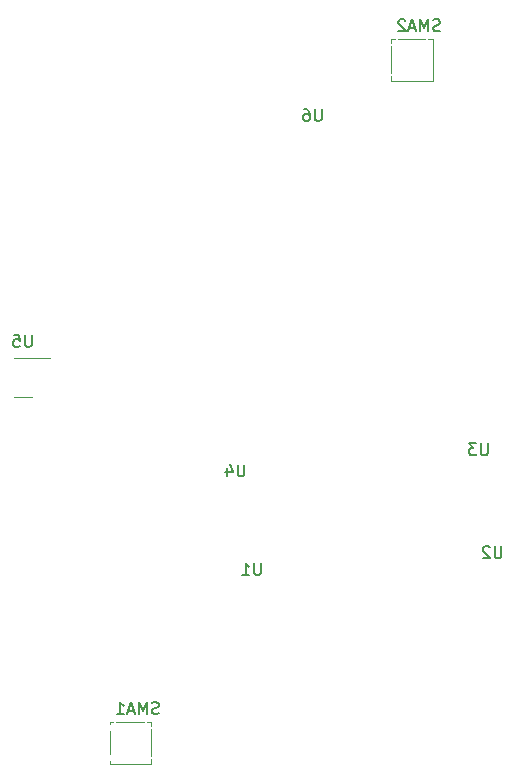
<source format=gbo>
%TF.GenerationSoftware,KiCad,Pcbnew,(6.0.4-0)*%
%TF.CreationDate,2022-04-21T11:02:12-05:00*%
%TF.ProjectId,payload_board,7061796c-6f61-4645-9f62-6f6172642e6b,3*%
%TF.SameCoordinates,Original*%
%TF.FileFunction,Legend,Bot*%
%TF.FilePolarity,Positive*%
%FSLAX46Y46*%
G04 Gerber Fmt 4.6, Leading zero omitted, Abs format (unit mm)*
G04 Created by KiCad (PCBNEW (6.0.4-0)) date 2022-04-21 11:02:12*
%MOMM*%
%LPD*%
G01*
G04 APERTURE LIST*
%ADD10C,0.150000*%
%ADD11C,0.120000*%
%ADD12C,1.524000*%
%ADD13C,4.400000*%
%ADD14C,4.000000*%
%ADD15C,7.400000*%
%ADD16C,6.000000*%
%ADD17R,1.700000X1.700000*%
%ADD18O,1.700000X1.700000*%
%ADD19R,1.524000X1.524000*%
%ADD20R,2.000000X2.000000*%
%ADD21R,8.000000X4.000000*%
%ADD22R,1.295400X0.889000*%
%ADD23R,1.295400X1.193800*%
%ADD24C,1.500000*%
%ADD25C,1.000000*%
G04 APERTURE END LIST*
D10*
X77761904Y-125932380D02*
X77761904Y-126741904D01*
X77714285Y-126837142D01*
X77666666Y-126884761D01*
X77571428Y-126932380D01*
X77380952Y-126932380D01*
X77285714Y-126884761D01*
X77238095Y-126837142D01*
X77190476Y-126741904D01*
X77190476Y-125932380D01*
X76190476Y-126932380D02*
X76761904Y-126932380D01*
X76476190Y-126932380D02*
X76476190Y-125932380D01*
X76571428Y-126075238D01*
X76666666Y-126170476D01*
X76761904Y-126218095D01*
X98131904Y-124502380D02*
X98131904Y-125311904D01*
X98084285Y-125407142D01*
X98036666Y-125454761D01*
X97941428Y-125502380D01*
X97750952Y-125502380D01*
X97655714Y-125454761D01*
X97608095Y-125407142D01*
X97560476Y-125311904D01*
X97560476Y-124502380D01*
X97131904Y-124597619D02*
X97084285Y-124550000D01*
X96989047Y-124502380D01*
X96750952Y-124502380D01*
X96655714Y-124550000D01*
X96608095Y-124597619D01*
X96560476Y-124692857D01*
X96560476Y-124788095D01*
X96608095Y-124930952D01*
X97179523Y-125502380D01*
X96560476Y-125502380D01*
X96961904Y-115792380D02*
X96961904Y-116601904D01*
X96914285Y-116697142D01*
X96866666Y-116744761D01*
X96771428Y-116792380D01*
X96580952Y-116792380D01*
X96485714Y-116744761D01*
X96438095Y-116697142D01*
X96390476Y-116601904D01*
X96390476Y-115792380D01*
X96009523Y-115792380D02*
X95390476Y-115792380D01*
X95723809Y-116173333D01*
X95580952Y-116173333D01*
X95485714Y-116220952D01*
X95438095Y-116268571D01*
X95390476Y-116363809D01*
X95390476Y-116601904D01*
X95438095Y-116697142D01*
X95485714Y-116744761D01*
X95580952Y-116792380D01*
X95866666Y-116792380D01*
X95961904Y-116744761D01*
X96009523Y-116697142D01*
X76371904Y-117582380D02*
X76371904Y-118391904D01*
X76324285Y-118487142D01*
X76276666Y-118534761D01*
X76181428Y-118582380D01*
X75990952Y-118582380D01*
X75895714Y-118534761D01*
X75848095Y-118487142D01*
X75800476Y-118391904D01*
X75800476Y-117582380D01*
X74895714Y-117915714D02*
X74895714Y-118582380D01*
X75133809Y-117534761D02*
X75371904Y-118249047D01*
X74752857Y-118249047D01*
X58356504Y-106609780D02*
X58356504Y-107419304D01*
X58308885Y-107514542D01*
X58261266Y-107562161D01*
X58166028Y-107609780D01*
X57975552Y-107609780D01*
X57880314Y-107562161D01*
X57832695Y-107514542D01*
X57785076Y-107419304D01*
X57785076Y-106609780D01*
X56832695Y-106609780D02*
X57308885Y-106609780D01*
X57356504Y-107085971D01*
X57308885Y-107038352D01*
X57213647Y-106990733D01*
X56975552Y-106990733D01*
X56880314Y-107038352D01*
X56832695Y-107085971D01*
X56785076Y-107181209D01*
X56785076Y-107419304D01*
X56832695Y-107514542D01*
X56880314Y-107562161D01*
X56975552Y-107609780D01*
X57213647Y-107609780D01*
X57308885Y-107562161D01*
X57356504Y-107514542D01*
X82901904Y-87482380D02*
X82901904Y-88291904D01*
X82854285Y-88387142D01*
X82806666Y-88434761D01*
X82711428Y-88482380D01*
X82520952Y-88482380D01*
X82425714Y-88434761D01*
X82378095Y-88387142D01*
X82330476Y-88291904D01*
X82330476Y-87482380D01*
X81425714Y-87482380D02*
X81616190Y-87482380D01*
X81711428Y-87530000D01*
X81759047Y-87577619D01*
X81854285Y-87720476D01*
X81901904Y-87910952D01*
X81901904Y-88291904D01*
X81854285Y-88387142D01*
X81806666Y-88434761D01*
X81711428Y-88482380D01*
X81520952Y-88482380D01*
X81425714Y-88434761D01*
X81378095Y-88387142D01*
X81330476Y-88291904D01*
X81330476Y-88053809D01*
X81378095Y-87958571D01*
X81425714Y-87910952D01*
X81520952Y-87863333D01*
X81711428Y-87863333D01*
X81806666Y-87910952D01*
X81854285Y-87958571D01*
X81901904Y-88053809D01*
X69091904Y-138654761D02*
X68949047Y-138702380D01*
X68710952Y-138702380D01*
X68615714Y-138654761D01*
X68568095Y-138607142D01*
X68520476Y-138511904D01*
X68520476Y-138416666D01*
X68568095Y-138321428D01*
X68615714Y-138273809D01*
X68710952Y-138226190D01*
X68901428Y-138178571D01*
X68996666Y-138130952D01*
X69044285Y-138083333D01*
X69091904Y-137988095D01*
X69091904Y-137892857D01*
X69044285Y-137797619D01*
X68996666Y-137750000D01*
X68901428Y-137702380D01*
X68663333Y-137702380D01*
X68520476Y-137750000D01*
X68091904Y-138702380D02*
X68091904Y-137702380D01*
X67758571Y-138416666D01*
X67425238Y-137702380D01*
X67425238Y-138702380D01*
X66996666Y-138416666D02*
X66520476Y-138416666D01*
X67091904Y-138702380D02*
X66758571Y-137702380D01*
X66425238Y-138702380D01*
X65568095Y-138702380D02*
X66139523Y-138702380D01*
X65853809Y-138702380D02*
X65853809Y-137702380D01*
X65949047Y-137845238D01*
X66044285Y-137940476D01*
X66139523Y-137988095D01*
X92921904Y-80844761D02*
X92779047Y-80892380D01*
X92540952Y-80892380D01*
X92445714Y-80844761D01*
X92398095Y-80797142D01*
X92350476Y-80701904D01*
X92350476Y-80606666D01*
X92398095Y-80511428D01*
X92445714Y-80463809D01*
X92540952Y-80416190D01*
X92731428Y-80368571D01*
X92826666Y-80320952D01*
X92874285Y-80273333D01*
X92921904Y-80178095D01*
X92921904Y-80082857D01*
X92874285Y-79987619D01*
X92826666Y-79940000D01*
X92731428Y-79892380D01*
X92493333Y-79892380D01*
X92350476Y-79940000D01*
X91921904Y-80892380D02*
X91921904Y-79892380D01*
X91588571Y-80606666D01*
X91255238Y-79892380D01*
X91255238Y-80892380D01*
X90826666Y-80606666D02*
X90350476Y-80606666D01*
X90921904Y-80892380D02*
X90588571Y-79892380D01*
X90255238Y-80892380D01*
X89969523Y-79987619D02*
X89921904Y-79940000D01*
X89826666Y-79892380D01*
X89588571Y-79892380D01*
X89493333Y-79940000D01*
X89445714Y-79987619D01*
X89398095Y-80082857D01*
X89398095Y-80178095D01*
X89445714Y-80320952D01*
X90017142Y-80892380D01*
X89398095Y-80892380D01*
D11*
X56858000Y-111831000D02*
X58382000Y-111831000D01*
X56858000Y-108529000D02*
X59906000Y-108529000D01*
X64975000Y-142905000D02*
X64975000Y-139395000D01*
X64975000Y-142905000D02*
X68485000Y-142905000D01*
X68485000Y-142905000D02*
X68485000Y-139395000D01*
X64975000Y-139395000D02*
X68485000Y-139395000D01*
X88805000Y-85095000D02*
X88805000Y-81585000D01*
X92315000Y-85095000D02*
X92315000Y-81585000D01*
X88805000Y-81585000D02*
X92315000Y-81585000D01*
X88805000Y-85095000D02*
X92315000Y-85095000D01*
%LPC*%
D12*
X110465000Y-122769200D03*
X110465000Y-78420800D03*
X65815000Y-122769200D03*
X65815000Y-78420800D03*
X65570800Y-60655000D03*
X109919200Y-60655000D03*
D13*
X54130000Y-54630000D03*
D14*
X120870000Y-54630000D03*
D13*
X54130000Y-100560000D03*
D14*
X120870000Y-146480000D03*
D15*
X60970000Y-53960000D03*
D16*
X115120000Y-53960000D03*
X115120000Y-146160000D03*
D17*
X80210000Y-153130000D03*
D18*
X82750000Y-153130000D03*
X85290000Y-153130000D03*
X87830000Y-153130000D03*
X90370000Y-153130000D03*
X92910000Y-153130000D03*
X95450000Y-153130000D03*
D12*
X65605800Y-134020000D03*
X109954200Y-134020000D03*
D15*
X60970000Y-146160000D03*
D13*
X120870000Y-100560000D03*
X54130000Y-146480000D03*
D19*
X67140000Y-131670000D03*
X67140000Y-128880000D03*
X67140000Y-125600000D03*
X69870000Y-123450000D03*
X72410000Y-123450000D03*
X74950000Y-123450000D03*
X77490000Y-123450000D03*
X80030000Y-123450000D03*
X82860000Y-125600000D03*
X82860000Y-128880000D03*
X82860000Y-131670000D03*
X79840000Y-133960000D03*
X77300000Y-133960000D03*
X74760000Y-133960000D03*
X72220000Y-133960000D03*
X69870000Y-133960000D03*
D20*
X93820000Y-127040000D03*
X96370000Y-127040000D03*
X99270000Y-127040000D03*
X101820000Y-127040000D03*
X105530000Y-132070000D03*
X105220000Y-137040000D03*
X102220000Y-137040000D03*
X93720000Y-137040000D03*
X90720000Y-137040000D03*
X90470000Y-132060000D03*
X90720000Y-127040000D03*
D21*
X98170000Y-132060000D03*
D19*
X106060000Y-111150000D03*
X106060000Y-113940000D03*
X106060000Y-117220000D03*
X103330000Y-119370000D03*
X100790000Y-119370000D03*
X98250000Y-119370000D03*
X95710000Y-119370000D03*
X93170000Y-119370000D03*
X90340000Y-117220000D03*
X90340000Y-113940000D03*
X90340000Y-111150000D03*
X93360000Y-108860000D03*
X95900000Y-108860000D03*
X98440000Y-108860000D03*
X100980000Y-108860000D03*
X103330000Y-108860000D03*
D20*
X79160000Y-116140000D03*
X76610000Y-116140000D03*
X73710000Y-116140000D03*
X71160000Y-116140000D03*
X67450000Y-111110000D03*
X67760000Y-106140000D03*
X70760000Y-106140000D03*
X79260000Y-106140000D03*
X82260000Y-106140000D03*
X82510000Y-111120000D03*
X82260000Y-116140000D03*
D21*
X74810000Y-111120000D03*
D22*
X58712200Y-109227500D03*
X56502400Y-109227500D03*
D23*
X56502400Y-110929300D03*
D22*
X58712200Y-111132500D03*
D20*
X78590000Y-90020000D03*
X81140000Y-90020000D03*
X84040000Y-90020000D03*
X86590000Y-90020000D03*
X90300000Y-95050000D03*
X89990000Y-100020000D03*
X86990000Y-100020000D03*
X78490000Y-100020000D03*
X75490000Y-100020000D03*
X75240000Y-95040000D03*
X75490000Y-90020000D03*
D21*
X82940000Y-95040000D03*
D24*
X66730000Y-141150000D03*
D25*
X65450000Y-142430000D03*
X65450000Y-139870000D03*
X68010000Y-142430000D03*
X68010000Y-139870000D03*
D24*
X90560000Y-83340000D03*
D25*
X91840000Y-84620000D03*
X89280000Y-82060000D03*
X91840000Y-82060000D03*
X89280000Y-84620000D03*
M02*

</source>
